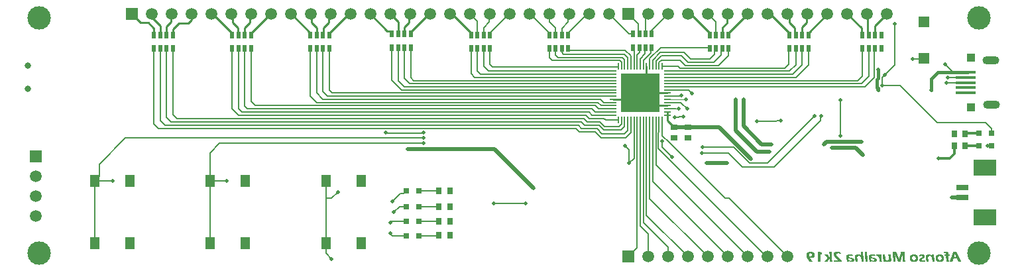
<source format=gbl>
G04*
G04 #@! TF.GenerationSoftware,Altium Limited,Altium Designer,19.0.14 (431)*
G04*
G04 Layer_Physical_Order=2*
G04 Layer_Color=16711680*
%FSLAX44Y44*%
%MOMM*%
G71*
G01*
G75*
%ADD11C,0.2500*%
%ADD12C,0.3000*%
%ADD14C,0.2000*%
%ADD15C,0.1270*%
%ADD17R,0.8000X0.9000*%
%ADD18R,0.9000X0.8000*%
%ADD62C,0.5000*%
%ADD63C,0.1520*%
%ADD64C,0.4500*%
%ADD65C,0.1000*%
G04:AMPARAMS|DCode=67|XSize=2.15mm|YSize=1.05mm|CornerRadius=0.525mm|HoleSize=0mm|Usage=FLASHONLY|Rotation=180.000|XOffset=0mm|YOffset=0mm|HoleType=Round|Shape=RoundedRectangle|*
%AMROUNDEDRECTD67*
21,1,2.1500,0.0000,0,0,180.0*
21,1,1.1000,1.0500,0,0,180.0*
1,1,1.0500,-0.5500,0.0000*
1,1,1.0500,0.5500,0.0000*
1,1,1.0500,0.5500,0.0000*
1,1,1.0500,-0.5500,0.0000*
%
%ADD67ROUNDEDRECTD67*%
%ADD68C,1.0000*%
%ADD69C,1.5000*%
%ADD70R,1.5000X1.5000*%
%ADD71R,1.5000X1.5000*%
%ADD72C,0.8001*%
%ADD73C,0.5000*%
%ADD74C,3.0000*%
%ADD75R,2.5000X0.4000*%
%ADD76R,1.0000X1.0000*%
%ADD77R,0.5300X0.9700*%
%ADD78R,4.9500X4.9500*%
%ADD79R,0.8400X0.2200*%
%ADD80R,0.2200X0.8400*%
%ADD81R,1.3500X1.3500*%
%ADD82R,1.6000X0.8000*%
%ADD83R,3.0000X2.1000*%
%ADD84R,0.8000X0.8000*%
%ADD85R,1.3000X1.5499*%
%ADD86C,0.4000*%
%ADD87C,0.0847*%
D11*
X1128700Y1084050D02*
X1137000Y1075750D01*
X1128700Y1084050D02*
Y1091300D01*
X1059800Y1111300D02*
X1086250D01*
X1094250Y1119300D01*
X1095363Y1118186D02*
X1104751Y1127574D01*
X1104323Y1119300D02*
X1115323D01*
X1099550Y1124600D02*
X1102250Y1127300D01*
X1115323Y1103300D02*
Y1119300D01*
X1104751Y1127574D02*
X1115323D01*
X1102250Y1127300D02*
Y1153750D01*
X1115323Y1119300D02*
Y1127574D01*
Y1119300D02*
X1128700D01*
X1094250D02*
X1095363Y1118186D01*
X1115323Y1103300D02*
X1128700D01*
X1128950D01*
X1155000Y1075750D02*
X1155250Y1076000D01*
X1137000Y1075750D02*
X1137500D01*
X1128700Y1091300D02*
Y1095300D01*
X1260480Y1220470D02*
X1285000Y1195950D01*
X1256900Y1220470D02*
X1260480D01*
X1301000Y1193750D02*
Y1203169D01*
X1307051Y1209220D01*
Y1219821D01*
X1307700Y1220470D01*
X1291819Y1194931D02*
X1293000Y1193750D01*
X1291819Y1194931D02*
Y1202350D01*
X1284692Y1209477D02*
X1291819Y1202350D01*
X1284692Y1209477D02*
Y1218078D01*
X1282300Y1220470D02*
X1284692Y1218078D01*
X1333100Y1220050D02*
Y1220470D01*
X1309000Y1195950D02*
X1333100Y1220050D01*
X1309000Y1193750D02*
Y1195950D01*
X1285000Y1193750D02*
Y1195950D01*
X1394000Y1205170D02*
X1409300Y1220470D01*
X1394000Y1193750D02*
Y1205170D01*
X1384950Y1194800D02*
X1386000Y1193750D01*
X1384950Y1194800D02*
Y1219420D01*
X1383900Y1220470D02*
X1384950Y1219420D01*
X1376620Y1195130D02*
X1378000Y1193750D01*
X1376620Y1195130D02*
Y1202350D01*
X1358500Y1220470D02*
X1376620Y1202350D01*
X1199000Y1193750D02*
Y1202969D01*
X1205251Y1209220D01*
Y1219621D01*
X1206100Y1220470D01*
X1231500Y1220450D02*
Y1220470D01*
X1207000Y1195950D02*
X1231500Y1220450D01*
X1207000Y1193750D02*
Y1195950D01*
X1183000Y1193750D02*
Y1195950D01*
X1158480Y1220470D02*
X1183000Y1195950D01*
X1155300Y1220470D02*
X1158480D01*
X878000Y1193750D02*
Y1195950D01*
X853480Y1220470D02*
X878000Y1195950D01*
X850900Y1220470D02*
X853480D01*
X793000Y1195000D02*
X793006Y1195006D01*
Y1203600D01*
X798626Y1209220D01*
Y1218996D01*
X800100Y1220470D01*
X785000Y1195000D02*
Y1210170D01*
X774700Y1220470D02*
X785000Y1210170D01*
X801000Y1195000D02*
Y1197200D01*
X824270Y1220470D01*
X825500D01*
X777000Y1195000D02*
Y1197200D01*
X775600Y1198600D02*
X777000Y1197200D01*
X771170Y1198600D02*
X775600D01*
X749300Y1220470D02*
X771170Y1198600D01*
X689000Y1193750D02*
X689581Y1194331D01*
Y1202350D01*
X696451Y1209220D01*
Y1218421D01*
X698500Y1220470D01*
X681000Y1193750D02*
Y1202569D01*
X674349Y1209220D02*
X681000Y1202569D01*
X674349Y1209220D02*
Y1219221D01*
X673100Y1220470D02*
X674349Y1219221D01*
X697000Y1193750D02*
Y1195950D01*
X721520Y1220470D01*
X723900D01*
X673000Y1193750D02*
Y1195950D01*
X648480Y1220470D02*
X673000Y1195950D01*
X647700Y1220470D02*
X648480D01*
X621520D02*
X622300D01*
X597000Y1195950D02*
X621520Y1220470D01*
X597000Y1193750D02*
Y1195950D01*
X573000Y1193750D02*
Y1195950D01*
X548480Y1220470D02*
X573000Y1195950D01*
X546100Y1220470D02*
X548480D01*
X589000Y1193750D02*
Y1202569D01*
X595651Y1209220D01*
Y1219221D01*
X596900Y1220470D01*
X580419Y1194331D02*
X581000Y1193750D01*
X580419Y1194331D02*
Y1202350D01*
X573549Y1209220D02*
X580419Y1202350D01*
X573549Y1209220D02*
Y1218421D01*
X571500Y1220470D02*
X573549Y1218421D01*
X494851Y1210221D02*
Y1220021D01*
X489000Y1204370D02*
X494851Y1210221D01*
X489000Y1193750D02*
Y1204370D01*
X481000Y1193750D02*
Y1205000D01*
X469900Y1216100D02*
X481000Y1205000D01*
X469900Y1216100D02*
Y1220470D01*
X465630Y1209370D02*
X473000Y1202000D01*
X455600Y1209370D02*
X465630D01*
X444500Y1220470D02*
X455600Y1209370D01*
X497000Y1201000D02*
X505000Y1209000D01*
X497000Y1193750D02*
Y1201000D01*
X516500Y1209000D02*
X520700Y1213200D01*
X505000Y1209000D02*
X516500D01*
X473000Y1193750D02*
Y1202000D01*
X520700Y1213200D02*
Y1220470D01*
X494851Y1220021D02*
X495300Y1220470D01*
D12*
X1509750Y1068000D02*
X1526620D01*
X1509250Y1067500D02*
X1509750Y1068000D01*
X1509250Y1052000D02*
X1526620D01*
X1509250Y1052000D02*
X1509250Y1052000D01*
X1495250Y1041708D02*
Y1052000D01*
X1489542Y1036000D02*
X1495250Y1041708D01*
X1475000Y1036000D02*
X1489542D01*
D14*
X1143074Y1088574D02*
X1143500Y1089000D01*
X1138574Y1088574D02*
X1143074D01*
X1138000Y1088000D02*
X1138574Y1088574D01*
X1143500Y1089000D02*
X1149000D01*
X1117226Y1048419D02*
X1255425Y910220D01*
X1130476Y1056704D02*
X1202475Y984706D01*
X1207714D01*
X1282200Y910220D01*
X1117226Y1048419D02*
Y1068323D01*
X1118250Y1069346D01*
Y1084850D01*
X1122250Y1065105D02*
X1130476Y1056879D01*
Y1056704D02*
Y1056879D01*
X1122250Y1065105D02*
Y1084850D01*
Y1050500D02*
Y1058000D01*
Y1050500D02*
X1135000Y1037750D01*
X1255425Y910220D02*
X1256800D01*
X1403123Y1129000D02*
Y1139099D01*
X1120350Y1177350D02*
X1183000D01*
X770050Y1067950D02*
X817000D01*
X1079570Y1195000D02*
X1087000D01*
X692501Y914499D02*
X700000Y907000D01*
X692501Y914499D02*
Y927799D01*
X1080000Y1030000D02*
Y1047000D01*
X1075000Y1052000D02*
X1080000Y1047000D01*
X1350000Y1065000D02*
Y1110000D01*
X1174000Y1050250D02*
X1213395D01*
X1233919Y1029726D02*
X1256726D01*
X1213395Y1050250D02*
X1233919Y1029726D01*
X1256726D02*
X1317000Y1090000D01*
X1265534Y1025000D02*
X1324784Y1084250D01*
X1225000Y1025000D02*
X1265534D01*
X1207002Y1042998D02*
X1225000Y1025000D01*
X1011976Y1074024D02*
X1016000Y1070000D01*
X478976Y1074024D02*
X1011976D01*
X473000Y1080000D02*
X478976Y1074024D01*
X769000Y1069000D02*
X770050Y1067950D01*
X403000Y1028464D02*
X436536Y1062000D01*
X403000Y1012801D02*
Y1028464D01*
X397501Y1007301D02*
X403000Y1012801D01*
X545001Y1042997D02*
X557002Y1054998D01*
X545001Y1007301D02*
Y1042997D01*
X557002Y1054998D02*
X816998D01*
X436536Y1062000D02*
X817000D01*
X1403000Y1129000D02*
X1403123D01*
X1543000Y1068380D02*
Y1074000D01*
X1542620Y1068000D02*
X1543000Y1068380D01*
X1535000Y1082000D02*
X1543000Y1074000D01*
X1473511Y1082000D02*
X1535000D01*
X1426511Y1129000D02*
X1473511Y1082000D01*
X1403123Y1129000D02*
X1426511D01*
X1324784Y1084250D02*
Y1089534D01*
X1325000Y1089750D01*
X1172998Y1042998D02*
X1207002D01*
X1492427Y1145726D02*
Y1147573D01*
X1484000Y1156000D02*
X1492427Y1147573D01*
X1419000Y1155000D02*
Y1208000D01*
X1407000Y1143000D02*
X1419000Y1155000D01*
X1455750Y1163000D02*
X1456250Y1163500D01*
X1442500Y1163000D02*
X1455750D01*
X1403123Y1139099D02*
X1407000Y1142975D01*
Y1143000D01*
X1392976Y1138976D02*
Y1175226D01*
X1394000Y1176250D01*
X1381300Y1127300D02*
X1392976Y1138976D01*
X1484997Y1131998D02*
X1485311Y1132311D01*
X1511936D01*
X1512250Y1132625D01*
X1487000Y1139000D02*
X1487125Y1139125D01*
X1512250D01*
X907400Y978000D02*
X948000D01*
X397501Y1007301D02*
X397802Y1007000D01*
X420000D01*
X397501Y927799D02*
Y1007301D01*
X545001D02*
X545302Y1007000D01*
X566000D01*
X545001Y927799D02*
Y1007301D01*
X692501Y985000D02*
Y1007301D01*
Y927799D02*
Y985000D01*
X700000D02*
X708000Y993000D01*
X692501Y985000D02*
X700000D01*
X777750Y981000D02*
X787750Y991000D01*
X792130D01*
X795130Y994000D01*
X779000Y967000D02*
X786500Y974500D01*
X795230D01*
X774700Y954000D02*
X776200Y955500D01*
X795230D01*
X775000Y940000D02*
X777750Y937250D01*
X795230D01*
X837000D02*
X837250Y937500D01*
X811230Y937250D02*
X837000D01*
Y955500D02*
X837250Y955750D01*
X811230Y955500D02*
X837000D01*
X811230Y974500D02*
X837250D01*
X837250Y994000D02*
X837250Y994000D01*
X811130Y994000D02*
X837250D01*
X1243000Y1083000D02*
X1267500D01*
X1268500Y1084000D01*
X1274000D01*
X1080000Y1030000D02*
X1086250Y1036250D01*
Y1084850D01*
X1145700Y1107300D02*
X1154000Y1099000D01*
X1128700Y1107300D02*
X1145700D01*
X1139700Y1099300D02*
X1140000Y1099000D01*
X1128700Y1099300D02*
X1139700D01*
X1114250Y1027370D02*
Y1084850D01*
Y1027370D02*
X1231400Y910220D01*
X1110250Y1005970D02*
Y1084850D01*
Y1005970D02*
X1206000Y910220D01*
X1106250Y984570D02*
Y1084850D01*
Y984570D02*
X1180600Y910220D01*
X1102250Y963170D02*
Y1084850D01*
Y963170D02*
X1155200Y910220D01*
X1098250Y954000D02*
Y1084850D01*
Y954000D02*
X1129800Y922450D01*
Y910220D02*
Y922450D01*
X1104500Y910320D02*
Y939000D01*
X1104400Y910220D02*
X1104500Y910320D01*
X1094250Y949250D02*
X1104500Y939000D01*
X1094250Y949250D02*
Y1084850D01*
X1079000Y910220D02*
X1090250Y921470D01*
Y1084850D01*
X1128700Y1127300D02*
X1381300D01*
X1128700Y1131300D02*
X1376620D01*
X1386000Y1140680D01*
Y1176250D01*
X1377763Y1141000D02*
Y1176013D01*
X1378000Y1176250D01*
X1372063Y1135300D02*
X1377763Y1141000D01*
X1128700Y1135300D02*
X1372063D01*
X1145000Y1151000D02*
X1279000D01*
X1142250Y1153750D02*
X1145000Y1151000D01*
X1122250Y1153750D02*
X1142250D01*
X1150500Y1171000D02*
X1158500Y1163000D01*
X1120000Y1171000D02*
X1150500D01*
X1110350Y1161350D02*
X1120000Y1171000D01*
X1121100Y1166750D02*
X1147000D01*
X1114350Y1160000D02*
X1121100Y1166750D01*
X1147000D02*
X1155031Y1158719D01*
X1144650Y1161350D02*
X1151499Y1154501D01*
X1120981Y1161350D02*
X1144650D01*
X1118350Y1158719D02*
X1120981Y1161350D01*
X1212550Y1139000D02*
X1293000D01*
X1212250Y1139300D02*
X1212550Y1139000D01*
X1128700Y1139300D02*
X1212250D01*
X1293000Y1139000D02*
X1309000Y1155000D01*
Y1176250D01*
X1301000Y1155506D02*
Y1176250D01*
X1288794Y1143300D02*
X1301000Y1155506D01*
X1128700Y1143300D02*
X1288794D01*
X1293000Y1155625D02*
Y1176250D01*
X1284675Y1147300D02*
X1293000Y1155625D01*
X1128700Y1147300D02*
X1284675D01*
X1279000Y1151000D02*
X1284000Y1156000D01*
Y1175250D01*
X1285000Y1176250D01*
X1158500Y1163000D02*
X1183500D01*
X1189350Y1168850D01*
Y1174600D01*
X1191000Y1176250D01*
X1155031Y1158719D02*
X1188000D01*
X1197681Y1168400D01*
Y1174930D01*
X1199000Y1176250D01*
X1151499Y1154501D02*
X1194501D01*
X1207000Y1167000D02*
Y1176250D01*
X1194501Y1154501D02*
X1207000Y1167000D01*
X1118350Y1153850D02*
Y1158719D01*
X1114350Y1153850D02*
Y1160000D01*
X1110350Y1153850D02*
Y1161350D01*
X1106350Y1163350D02*
X1120350Y1177350D01*
X1106350Y1153850D02*
Y1163350D01*
X1098250Y1161250D02*
X1107350Y1170350D01*
X1094250Y1163250D02*
X1100400Y1169400D01*
Y1176650D01*
X1101000Y1177250D01*
X1093000Y1171000D02*
Y1177250D01*
X1090250Y1168250D02*
X1093000Y1171000D01*
X1090250Y1153750D02*
Y1168250D01*
X1086250Y1153750D02*
Y1176000D01*
X1085000Y1177250D02*
X1086250Y1176000D01*
X1109000Y1194000D02*
Y1194750D01*
Y1199570D02*
X1129900Y1220470D01*
X1109000Y1197000D02*
Y1199570D01*
X1101000Y1216970D02*
X1104500Y1220470D01*
X1101000Y1197000D02*
Y1216970D01*
X1079100Y1220470D02*
X1092000Y1207570D01*
Y1198000D02*
Y1207570D01*
X1075000Y1174000D02*
X1082250Y1166750D01*
X1004250Y1174000D02*
X1075000D01*
X1002000Y1176250D02*
X1004250Y1174000D01*
X1082250Y1153750D02*
Y1166750D01*
X1183000Y1176250D02*
Y1177350D01*
X1118250Y1153750D02*
X1118350Y1153850D01*
X1114250Y1153750D02*
X1114350Y1153850D01*
X1110250Y1153750D02*
X1110350Y1153850D01*
X1106250Y1153750D02*
X1106350Y1153850D01*
X1107350Y1170350D02*
Y1175600D01*
X1109000Y1177250D01*
X1098250Y1153750D02*
Y1161250D01*
X1094250Y1153750D02*
Y1163250D01*
X1084350Y1176600D02*
X1085000Y1177250D01*
X1086250Y1153750D02*
X1086350Y1153850D01*
X981500Y1161000D02*
X1068150D01*
X978000Y1164500D02*
X981500Y1161000D01*
X978000Y1164500D02*
Y1176250D01*
X1005695Y1168876D02*
X1005819Y1169000D01*
X998305Y1168876D02*
X1005695D01*
X998180Y1169000D02*
X998305Y1168876D01*
X994000Y1171000D02*
X996000Y1169000D01*
X994000Y1171000D02*
Y1176250D01*
X996000Y1169000D02*
X998180D01*
X1071250Y1165000D02*
X1074250Y1162000D01*
X989000Y1165000D02*
X1071250D01*
X986000Y1168000D02*
X989000Y1165000D01*
X1068150Y1161000D02*
X1070150Y1159000D01*
X1005819Y1169000D02*
X1074250D01*
X1078250Y1165000D01*
Y1153750D02*
Y1165000D01*
X1074250Y1153750D02*
Y1162000D01*
X986000Y1168000D02*
Y1176250D01*
X1070150Y1153850D02*
Y1159000D01*
Y1153850D02*
X1070250Y1153750D01*
X1191000Y1193750D02*
Y1210170D01*
X1180700Y1220470D02*
X1191000Y1210170D01*
X1054100Y1220470D02*
X1079570Y1195000D01*
X1026520Y1220470D02*
X1028700D01*
X1002000Y1195950D02*
X1026520Y1220470D01*
X1002000Y1193750D02*
Y1195950D01*
X994000Y1193750D02*
Y1201801D01*
X1002169Y1209970D01*
Y1219339D01*
X1003300Y1220470D01*
X986000Y1193750D02*
Y1202401D01*
X978431Y1209970D02*
X986000Y1202401D01*
X978431Y1209970D02*
Y1219939D01*
X977900Y1220470D02*
X978431Y1219939D01*
X978000Y1193750D02*
Y1195950D01*
X953480Y1220470D02*
X978000Y1195950D01*
X952500Y1220470D02*
X953480D01*
X894000Y1193750D02*
Y1202601D01*
X901369Y1209970D01*
Y1220139D01*
X901700Y1220470D01*
X886000Y1193750D02*
Y1210770D01*
X876300Y1220470D02*
X886000Y1210770D01*
X926520Y1220470D02*
X927100D01*
X902000Y1195950D02*
X926520Y1220470D01*
X902000Y1193750D02*
Y1195950D01*
X1065329Y1152828D02*
X1066250Y1153750D01*
X905172Y1152828D02*
X1065329D01*
X902000Y1156000D02*
X905172Y1152828D01*
X902000Y1156000D02*
Y1176250D01*
X497000Y1092000D02*
X502000Y1087000D01*
X497000Y1092000D02*
Y1176250D01*
X489000Y1088500D02*
X495000Y1082500D01*
X489000Y1088500D02*
Y1176250D01*
X481000Y1084000D02*
X487000Y1078000D01*
X481000Y1084000D02*
Y1176250D01*
X473000Y1080000D02*
Y1176250D01*
X1070150Y1084750D02*
X1070250Y1084850D01*
X1070150Y1079881D02*
Y1084750D01*
X1066769Y1076500D02*
X1070150Y1079881D01*
X1048500Y1076500D02*
X1066769D01*
X1042500Y1082500D02*
X1048500Y1076500D01*
X1022000Y1087000D02*
X1026500Y1082500D01*
X1042500D01*
X1074250Y1076750D02*
Y1084850D01*
X1023167Y1078333D02*
X1041500D01*
X1069500Y1072000D02*
X1074250Y1076750D01*
X1047500Y1072000D02*
X1069500D01*
X1041500Y1078000D02*
X1047500Y1072000D01*
X1019000Y1082500D02*
X1023167Y1078333D01*
X495000Y1082500D02*
X1019000D01*
X1082250Y1068750D02*
Y1084850D01*
X1016000Y1070000D02*
X1037000D01*
X1076000Y1062500D02*
X1082250Y1068750D01*
X1044500Y1062500D02*
X1076000D01*
X1037000Y1070000D02*
X1044500Y1062500D01*
X1078250Y1071500D02*
Y1084850D01*
X1019167Y1074167D02*
X1039000D01*
X1074250Y1067500D02*
X1078250Y1071500D01*
X1045500Y1067500D02*
X1074250D01*
X1039000Y1074000D02*
X1045500Y1067500D01*
X1015333Y1078000D02*
X1019167Y1074167D01*
X487000Y1078000D02*
X1015333D01*
X502000Y1087000D02*
X1022000D01*
X1048000D02*
X1050150Y1084850D01*
X1029300Y1087000D02*
X1048000D01*
X1025000Y1091300D02*
X1029300Y1087000D01*
X882950Y1139300D02*
X1059800D01*
X878000Y1144250D02*
X882950Y1139300D01*
X878000Y1144250D02*
Y1176250D01*
X900000Y1147300D02*
X1059800D01*
X894000Y1153300D02*
X900000Y1147300D01*
X894000Y1153300D02*
Y1176250D01*
X890000Y1143300D02*
X1059800D01*
X886000Y1147300D02*
X890000Y1143300D01*
X886000Y1147300D02*
Y1176250D01*
X597000Y1108800D02*
X602500Y1103300D01*
X597000Y1108800D02*
Y1176250D01*
X592414Y1099300D02*
X602500D01*
X589000Y1102714D02*
X592414Y1099300D01*
X589000Y1102714D02*
Y1176250D01*
X605000Y1095300D02*
X1028700Y1095300D01*
X605000D02*
X605000Y1095300D01*
X585000Y1095300D02*
X605000D01*
X581000Y1099300D02*
X585000Y1095300D01*
X581000Y1099300D02*
Y1176250D01*
X580914Y1091300D02*
X1025000D01*
X573000Y1099214D02*
X580914Y1091300D01*
X573000Y1099214D02*
Y1176250D01*
X1050150Y1084850D02*
X1066250D01*
X602500Y1103300D02*
X1036700Y1103300D01*
X602500Y1099300D02*
X1032700Y1099300D01*
X1036700Y1103300D02*
X1040700Y1099300D01*
X1059800D01*
X1028700Y1095300D02*
X1032700Y1091300D01*
X1059800D01*
X1032700Y1099300D02*
X1036700Y1095300D01*
X1059800D01*
X1047700Y1107300D02*
X1059800D01*
X1043700Y1111300D02*
X1047700Y1107300D01*
X689000Y1111300D02*
X1043700D01*
X700700Y1119300D02*
X1059800D01*
X697000Y1123000D02*
X700700Y1119300D01*
X697000Y1123000D02*
Y1176250D01*
X695000Y1115300D02*
X1059800D01*
X689000Y1121300D02*
X695000Y1115300D01*
X689000Y1121300D02*
Y1176250D01*
X681000Y1119300D02*
X689000Y1111300D01*
X681000Y1119300D02*
Y1176250D01*
X673000Y1115300D02*
X681000Y1107300D01*
X673000Y1115300D02*
Y1176250D01*
X681000Y1107300D02*
X1040000D01*
X1044000Y1103300D01*
X1059800D01*
X804700Y1135300D02*
X1059800D01*
X801000Y1139000D02*
X804700Y1135300D01*
X801000Y1139000D02*
Y1177500D01*
X800000Y1131300D02*
X1059800D01*
X793000Y1138300D02*
X800000Y1131300D01*
X793000Y1138300D02*
Y1177500D01*
Y1127300D02*
X1059800D01*
X785000Y1135300D02*
X793000Y1127300D01*
X785000Y1135300D02*
Y1177500D01*
X789700Y1123300D02*
X1059800D01*
X777000Y1136000D02*
X789700Y1123300D01*
X777000Y1136000D02*
Y1177500D01*
D15*
X1097900Y1116800D02*
X1113900Y1100800D01*
X1097900Y1116800D02*
X1105900Y1124800D01*
X1089900Y1108800D02*
X1097900Y1116800D01*
D17*
X1495250Y1067500D02*
D03*
X1509250D02*
D03*
X1509250Y1052000D02*
D03*
X1495250D02*
D03*
X851250Y994000D02*
D03*
X837250D02*
D03*
X851250Y974500D02*
D03*
X837250D02*
D03*
X851250Y955750D02*
D03*
X837250D02*
D03*
X851250Y937500D02*
D03*
X837250D02*
D03*
D18*
X1137500Y1075750D02*
D03*
Y1061750D02*
D03*
X1155250Y1076000D02*
D03*
Y1062000D02*
D03*
D62*
X1154875Y1075875D02*
X1155000Y1075750D01*
X1178600Y1029900D02*
X1204900D01*
X1205000Y1030000D01*
X1332000Y1057000D02*
X1377000D01*
X1329000Y1054000D02*
X1332000Y1057000D01*
X1249000Y1054000D02*
X1262000D01*
X1226000Y1077000D02*
X1249000Y1054000D01*
X1226000Y1077000D02*
Y1111499D01*
X1243250Y1044000D02*
X1259000D01*
X1216000Y1071250D02*
X1243250Y1044000D01*
X1216000Y1071250D02*
Y1111499D01*
X1194750Y1076000D02*
X1236000Y1034750D01*
X1155250Y1076000D02*
X1194750D01*
X1369111Y1049500D02*
X1378611Y1040000D01*
X1339000Y1049500D02*
X1369111D01*
X797000Y1048000D02*
X908000D01*
X958000Y998000D01*
X1137625Y1075875D02*
X1154875D01*
X1137500Y1075750D02*
X1137625Y1075875D01*
X1492000Y985625D02*
X1492125Y985750D01*
X1505500D01*
D63*
X1146640Y1115640D02*
X1146998Y1115998D01*
X1129040Y1115640D02*
X1146640D01*
X1128700Y1115300D02*
X1129040Y1115640D01*
X1155700Y1123300D02*
X1160000Y1119000D01*
X1128700Y1123300D02*
X1155700D01*
D64*
X1398000Y1138147D02*
Y1149000D01*
X1396726Y1136873D02*
X1398000Y1138147D01*
X1396726Y1126401D02*
Y1136873D01*
Y1126401D02*
X1397904Y1125223D01*
Y1123096D02*
Y1125223D01*
Y1123096D02*
X1398000Y1123000D01*
D65*
X1128725Y1111275D02*
X1152975D01*
X1153000Y1111250D01*
X1128700Y1111300D02*
X1128725Y1111275D01*
D67*
X1542520Y1161100D02*
D03*
X1542620Y1104500D02*
D03*
D68*
X1079650D02*
D03*
X1089650D02*
D03*
X1099650D02*
D03*
X1109650D02*
D03*
Y1114500D02*
D03*
X1099650D02*
D03*
X1089650D02*
D03*
X1079650D02*
D03*
Y1124500D02*
D03*
X1089650D02*
D03*
X1099650D02*
D03*
X1109650D02*
D03*
Y1134500D02*
D03*
X1099650D02*
D03*
X1089650D02*
D03*
X1079650D02*
D03*
D69*
X1409300Y1220470D02*
D03*
X1383900D02*
D03*
X1358500D02*
D03*
X1333100D02*
D03*
X1307700D02*
D03*
X1282300D02*
D03*
X1256900D02*
D03*
X1231500D02*
D03*
X1206100D02*
D03*
X1180700D02*
D03*
X1155300D02*
D03*
X1129900D02*
D03*
X1104500D02*
D03*
X1104400Y910220D02*
D03*
X1282200D02*
D03*
X1256800D02*
D03*
X1231400D02*
D03*
X1206000D02*
D03*
X1180600D02*
D03*
X1155200D02*
D03*
X1129800D02*
D03*
X322000Y1013400D02*
D03*
Y988000D02*
D03*
Y962600D02*
D03*
X876300Y1220470D02*
D03*
X850900D02*
D03*
X825500D02*
D03*
X723900D02*
D03*
X749300D02*
D03*
X774700D02*
D03*
X800100D02*
D03*
X901700D02*
D03*
X469900D02*
D03*
X495300D02*
D03*
X520700D02*
D03*
X546100D02*
D03*
X571500D02*
D03*
X596900D02*
D03*
X622300D02*
D03*
X647700D02*
D03*
X673100D02*
D03*
X698500D02*
D03*
X927100D02*
D03*
X952500D02*
D03*
X977900D02*
D03*
X1003300D02*
D03*
X1028700D02*
D03*
X1054100D02*
D03*
D70*
X1079100Y1220470D02*
D03*
X1079000Y910220D02*
D03*
X444500Y1220470D02*
D03*
D71*
X322000Y1038800D02*
D03*
D72*
X311500Y1124499D02*
D03*
Y1154501D02*
D03*
D73*
X1149000Y1089000D02*
D03*
X1138000Y1088000D02*
D03*
X1122250Y1058000D02*
D03*
X1135000Y1037750D02*
D03*
X1205000Y1030000D02*
D03*
X1178600Y1029900D02*
D03*
X700000Y907000D02*
D03*
X1075000Y1052000D02*
D03*
X1350000Y1065000D02*
D03*
Y1110000D02*
D03*
X1377000Y1057000D02*
D03*
X1329000Y1054000D02*
D03*
X1262000D02*
D03*
X1259000Y1044000D02*
D03*
X1236000Y1034750D02*
D03*
X1226000Y1111499D02*
D03*
X1378611Y1040000D02*
D03*
X1339000Y1049500D02*
D03*
X1216000Y1111499D02*
D03*
X769000Y1069000D02*
D03*
X816998Y1068998D02*
D03*
Y1054998D02*
D03*
X817000Y1062000D02*
D03*
X797000Y1048000D02*
D03*
X958000Y998000D02*
D03*
X1325000Y1089750D02*
D03*
X1172998Y1042998D02*
D03*
X1317000Y1090000D02*
D03*
X1174000Y1050250D02*
D03*
X1403000Y1129000D02*
D03*
X1398000Y1123000D02*
D03*
X1484000Y1156000D02*
D03*
X1419000Y1208000D02*
D03*
X1442500Y1163000D02*
D03*
X1407000Y1143000D02*
D03*
X1398000Y1149000D02*
D03*
X1538000Y1052000D02*
D03*
X1475000Y1036000D02*
D03*
X1492000Y985625D02*
D03*
X1466000Y1123000D02*
D03*
X1484997Y1131998D02*
D03*
X1487000Y1139000D02*
D03*
X948000Y978000D02*
D03*
X907400D02*
D03*
X420000Y1007000D02*
D03*
X566000D02*
D03*
X708000Y993000D02*
D03*
X777750Y981000D02*
D03*
X779000Y967000D02*
D03*
X774700Y954000D02*
D03*
X775000Y940000D02*
D03*
X1243000Y1083000D02*
D03*
X1274000Y1084000D02*
D03*
X1080000Y1030000D02*
D03*
X1160000Y1119000D02*
D03*
X1146998Y1115998D02*
D03*
X1153000Y1111250D02*
D03*
X1154000Y1099000D02*
D03*
X1143000Y1099000D02*
D03*
D74*
X326500Y1215220D02*
D03*
X1526500D02*
D03*
Y915220D02*
D03*
X326500D02*
D03*
D75*
X1510020Y1126300D02*
D03*
Y1119800D02*
D03*
Y1132800D02*
D03*
Y1139300D02*
D03*
Y1145800D02*
D03*
D76*
X1517020Y1164700D02*
D03*
Y1100900D02*
D03*
D77*
X697000Y1193750D02*
D03*
X689000D02*
D03*
X681000D02*
D03*
X673000D02*
D03*
X697000Y1176250D02*
D03*
X689000D02*
D03*
X681000D02*
D03*
X673000D02*
D03*
X801000Y1195000D02*
D03*
X793000D02*
D03*
X785000D02*
D03*
X777000D02*
D03*
X801000Y1177500D02*
D03*
X793000D02*
D03*
X785000D02*
D03*
X777000D02*
D03*
X1109000Y1194750D02*
D03*
X1101000D02*
D03*
X1093000D02*
D03*
X1085000D02*
D03*
X1109000Y1177250D02*
D03*
X1101000D02*
D03*
X1093000D02*
D03*
X1085000D02*
D03*
X1207000Y1193750D02*
D03*
X1199000D02*
D03*
X1191000D02*
D03*
X1183000D02*
D03*
X1207000Y1176250D02*
D03*
X1199000D02*
D03*
X1191000D02*
D03*
X1183000D02*
D03*
X497000Y1193750D02*
D03*
X489000D02*
D03*
X481000D02*
D03*
X473000D02*
D03*
X497000Y1176250D02*
D03*
X489000D02*
D03*
X481000D02*
D03*
X473000D02*
D03*
X597000Y1193750D02*
D03*
X589000D02*
D03*
X581000D02*
D03*
X573000D02*
D03*
X597000Y1176250D02*
D03*
X589000D02*
D03*
X581000D02*
D03*
X573000D02*
D03*
X902000Y1193750D02*
D03*
X894000D02*
D03*
X886000D02*
D03*
X878000D02*
D03*
X902000Y1176250D02*
D03*
X894000D02*
D03*
X886000D02*
D03*
X878000D02*
D03*
X1002000Y1193750D02*
D03*
X994000D02*
D03*
X986000D02*
D03*
X978000D02*
D03*
X1002000Y1176250D02*
D03*
X994000D02*
D03*
X986000D02*
D03*
X978000D02*
D03*
X1309000Y1193750D02*
D03*
X1301000D02*
D03*
X1293000D02*
D03*
X1285000D02*
D03*
X1309000Y1176250D02*
D03*
X1301000D02*
D03*
X1293000D02*
D03*
X1285000D02*
D03*
X1402000Y1193750D02*
D03*
X1394000D02*
D03*
X1386000D02*
D03*
X1378000D02*
D03*
X1402000Y1176250D02*
D03*
X1394000D02*
D03*
X1386000D02*
D03*
X1378000D02*
D03*
D78*
X1094250Y1119300D02*
D03*
D79*
X1059800Y1147300D02*
D03*
Y1143300D02*
D03*
Y1139300D02*
D03*
Y1135300D02*
D03*
Y1131300D02*
D03*
Y1127300D02*
D03*
Y1123300D02*
D03*
Y1119300D02*
D03*
Y1115300D02*
D03*
Y1111300D02*
D03*
Y1107300D02*
D03*
Y1103300D02*
D03*
Y1099300D02*
D03*
Y1095300D02*
D03*
Y1091300D02*
D03*
X1128700D02*
D03*
Y1095300D02*
D03*
Y1099300D02*
D03*
Y1103300D02*
D03*
Y1107300D02*
D03*
Y1111300D02*
D03*
Y1115300D02*
D03*
Y1119300D02*
D03*
Y1123300D02*
D03*
Y1127300D02*
D03*
Y1131300D02*
D03*
Y1135300D02*
D03*
Y1139300D02*
D03*
Y1143300D02*
D03*
Y1147300D02*
D03*
D80*
X1122250Y1153750D02*
D03*
X1118250D02*
D03*
X1114250D02*
D03*
X1110250D02*
D03*
X1106250D02*
D03*
X1102250D02*
D03*
X1098250D02*
D03*
X1094250D02*
D03*
X1090250D02*
D03*
X1086250D02*
D03*
X1082250D02*
D03*
X1078250D02*
D03*
X1074250D02*
D03*
X1070250D02*
D03*
X1066250D02*
D03*
Y1084850D02*
D03*
X1070250D02*
D03*
X1074250D02*
D03*
X1078250D02*
D03*
X1082250D02*
D03*
X1086250D02*
D03*
X1090250D02*
D03*
X1094250D02*
D03*
X1098250D02*
D03*
X1102250D02*
D03*
X1106250D02*
D03*
X1110250D02*
D03*
X1114250D02*
D03*
X1118250D02*
D03*
X1122250D02*
D03*
D81*
X1456250Y1210500D02*
D03*
Y1163500D02*
D03*
D82*
X1505500Y998250D02*
D03*
Y985750D02*
D03*
D83*
X1534500Y1023750D02*
D03*
Y960250D02*
D03*
D84*
X1542620Y1068000D02*
D03*
X1526620D02*
D03*
X1542620Y1052000D02*
D03*
X1526620D02*
D03*
X795230Y955500D02*
D03*
X811230D02*
D03*
X795230Y974500D02*
D03*
X811230D02*
D03*
X795230Y937250D02*
D03*
X811230D02*
D03*
X795130Y994000D02*
D03*
X811130D02*
D03*
D85*
X442499Y927799D02*
D03*
Y1007301D02*
D03*
X397501Y927799D02*
D03*
Y1007301D02*
D03*
X737499Y927799D02*
D03*
Y1007301D02*
D03*
X692501Y927799D02*
D03*
Y1007301D02*
D03*
X589999Y927799D02*
D03*
Y1007301D02*
D03*
X545001Y927799D02*
D03*
Y1007301D02*
D03*
D86*
X1492527Y1145625D02*
X1512250D01*
X1466000Y1137266D02*
X1474459Y1145726D01*
X1466000Y1123000D02*
Y1137266D01*
X1474459Y1145726D02*
X1492427D01*
D87*
X1426153Y912718D02*
X1431237D01*
X1388023D02*
X1393107D01*
X1306680D02*
X1309221D01*
X1490549Y907634D02*
X1493939D01*
X1490549Y906786D02*
X1493091D01*
X1490549Y905939D02*
X1493091D01*
X1489702Y905092D02*
X1493091D01*
X1489702Y904244D02*
X1492244D01*
X1427000Y916107D02*
X1431237D01*
X1427000Y915260D02*
X1431237D01*
X1427000Y914412D02*
X1431237D01*
X1427000Y913565D02*
X1431237D01*
X1428695Y911870D02*
X1431237D01*
X1429542Y911023D02*
X1431237D01*
X1429542Y910176D02*
X1431237D01*
X1429542Y909328D02*
X1431237D01*
X1429542Y908481D02*
X1431237D01*
X1429542Y907634D02*
X1431237D01*
X1429542Y906786D02*
X1431237D01*
X1429542Y905939D02*
X1431237D01*
X1429542Y905092D02*
X1432084D01*
X1404969D02*
X1414290D01*
X1429542Y904244D02*
X1432084D01*
X1407511D02*
X1413443D01*
X1343115Y916107D02*
X1348199D01*
X1341420Y915260D02*
X1349046D01*
X1348199Y914412D02*
X1349893D01*
X1386328Y911870D02*
X1393954D01*
X1368534D02*
X1375313D01*
X1386328Y911023D02*
X1388870D01*
X1368534D02*
X1371924D01*
X1386328Y910176D02*
X1388870D01*
X1368534D02*
X1371076D01*
X1386328Y909328D02*
X1389718D01*
X1368534D02*
X1370229D01*
X1386328Y908481D02*
X1393107D01*
X1368534D02*
X1370229D01*
X1368534Y907634D02*
X1371076D01*
X1368534Y906786D02*
X1371076D01*
X1387176Y905939D02*
X1388870D01*
X1368534D02*
X1371076D01*
X1387176Y905092D02*
X1388870D01*
X1387176Y904244D02*
X1388870D01*
X1344809Y907634D02*
X1348199D01*
X1345657Y906786D02*
X1349046D01*
X1346504Y905939D02*
X1349893D01*
X1341420Y905092D02*
X1350741D01*
X1341420Y904244D02*
X1350741D01*
X1307527Y915260D02*
X1315153D01*
X1306680Y914412D02*
X1310069D01*
X1306680Y913565D02*
X1309221D01*
X1306680Y911870D02*
X1309221D01*
X1306680Y911023D02*
X1309221D01*
X1306680Y910176D02*
X1309221D01*
X1306680Y909328D02*
X1310069D01*
X1307527Y908481D02*
X1310069D01*
X1307527Y907634D02*
X1310916D01*
X1496481Y912718D02*
X1499023D01*
X1493091D02*
X1494786D01*
X1482923D02*
X1488855D01*
X1474450D02*
X1478687D01*
X1466824D02*
X1468519D01*
X1460893D02*
X1464282D01*
X1451573D02*
X1455809D01*
X1441405D02*
X1445641D01*
X1419374D02*
X1421916D01*
X1416832D02*
X1418527D01*
X1410901D02*
X1413443D01*
X1404122D02*
X1405817D01*
X1399038D02*
X1401580D01*
X1395649D02*
X1398191D01*
X1381244D02*
X1382939D01*
X1376160D02*
X1377855D01*
X1370229D02*
X1374466D01*
X1359214D02*
X1364298D01*
X1341420D02*
X1343962D01*
X1336336D02*
X1338031D01*
X1329557D02*
X1332947D01*
X1321084D02*
X1323626D01*
X1313458D02*
X1316000D01*
X1493939Y916107D02*
X1497328D01*
X1493939Y915260D02*
X1498175D01*
X1493091Y914412D02*
X1498175D01*
X1496481Y913565D02*
X1499023D01*
X1493091D02*
X1495634D01*
X1491397Y908481D02*
X1501565D01*
X1499023Y907634D02*
X1501565D01*
X1499023Y906786D02*
X1502412D01*
X1499870Y905939D02*
X1502412D01*
X1499870Y905092D02*
X1503259D01*
X1500717Y904244D02*
X1503259D01*
X1497328Y911870D02*
X1499870D01*
X1492244D02*
X1494786D01*
X1497328Y911023D02*
X1499870D01*
X1492244D02*
X1494786D01*
X1497328Y910176D02*
X1500717D01*
X1492244D02*
X1494786D01*
X1491397Y909328D02*
X1500717D01*
X1482076Y916107D02*
X1486313D01*
X1483771Y915260D02*
X1487160D01*
X1482076D02*
X1482923D01*
X1484618Y914412D02*
X1487160D01*
X1484618Y913565D02*
X1487160D01*
X1482923Y911870D02*
X1488855D01*
X1472756D02*
X1480382D01*
X1484618Y911023D02*
X1487160D01*
X1476992D02*
X1480382D01*
X1471908D02*
X1475298D01*
X1484618Y910176D02*
X1487160D01*
X1478687D02*
X1481229D01*
X1471908D02*
X1474450D01*
X1484618Y909328D02*
X1487160D01*
X1478687D02*
X1481229D01*
X1471908D02*
X1473603D01*
X1484618Y908481D02*
X1487160D01*
X1479534D02*
X1481229D01*
X1471908D02*
X1473603D01*
X1485466Y907634D02*
X1487160D01*
X1479534D02*
X1481229D01*
X1471908D02*
X1473603D01*
X1485466Y906786D02*
X1487160D01*
X1478687D02*
X1481229D01*
X1471908D02*
X1474450D01*
X1485466Y905939D02*
X1487160D01*
X1477840D02*
X1481229D01*
X1471908D02*
X1475298D01*
X1485466Y905092D02*
X1488008D01*
X1472756D02*
X1480382D01*
X1485466Y904244D02*
X1488008D01*
X1473603D02*
X1479534D01*
X1459198Y911870D02*
X1468519D01*
X1450725D02*
X1456656D01*
X1465130Y911023D02*
X1468519D01*
X1459198D02*
X1462588D01*
X1454114D02*
X1456656D01*
X1450725D02*
X1451573D01*
X1465977Y910176D02*
X1468519D01*
X1459198D02*
X1461740D01*
X1454962D02*
X1456656D01*
X1466824Y909328D02*
X1468519D01*
X1459198D02*
X1460893D01*
X1454114D02*
X1456656D01*
X1466824Y908481D02*
X1469366D01*
X1459198D02*
X1460893D01*
X1452420D02*
X1455809D01*
X1466824Y907634D02*
X1469366D01*
X1459198D02*
X1460893D01*
X1451573D02*
X1454114D01*
X1466824Y906786D02*
X1469366D01*
X1459198D02*
X1461740D01*
X1450725D02*
X1453267D01*
X1467672Y905939D02*
X1469366D01*
X1459198D02*
X1461740D01*
X1450725D02*
X1453267D01*
X1467672Y905092D02*
X1469366D01*
X1460046D02*
X1461740D01*
X1450725D02*
X1457504D01*
X1467672Y904244D02*
X1469366D01*
X1460046D02*
X1461740D01*
X1451573D02*
X1457504D01*
X1439710Y911870D02*
X1447336D01*
X1443947Y911023D02*
X1447336D01*
X1438862D02*
X1442252D01*
X1445641Y910176D02*
X1448183D01*
X1438862D02*
X1441405D01*
X1445641Y909328D02*
X1448183D01*
X1438862D02*
X1440557D01*
X1446488Y908481D02*
X1448183D01*
X1438862D02*
X1440557D01*
X1446488Y907634D02*
X1448183D01*
X1438862D02*
X1440557D01*
X1445641Y906786D02*
X1448183D01*
X1438862D02*
X1441405D01*
X1444794Y905939D02*
X1448183D01*
X1438862D02*
X1442252D01*
X1439710Y905092D02*
X1447336D01*
X1440557Y904244D02*
X1446488D01*
X1416832Y916107D02*
X1420221D01*
X1416832Y915260D02*
X1421069D01*
X1416832Y914412D02*
X1421069D01*
X1419374Y913565D02*
X1421916D01*
X1416832D02*
X1418527D01*
X1426153Y911870D02*
X1427847D01*
X1420221D02*
X1421916D01*
X1416832D02*
X1418527D01*
X1410901D02*
X1413443D01*
X1426153Y911023D02*
X1427847D01*
X1420221D02*
X1422763D01*
X1416832D02*
X1419374D01*
X1411748D02*
X1413443D01*
X1425305Y910176D02*
X1427847D01*
X1421069D02*
X1422763D01*
X1416832D02*
X1419374D01*
X1411748D02*
X1413443D01*
X1425305Y909328D02*
X1427000D01*
X1421069D02*
X1423611D01*
X1416832D02*
X1419374D01*
X1411748D02*
X1413443D01*
X1425305Y908481D02*
X1427000D01*
X1421916D02*
X1423611D01*
X1417679D02*
X1419374D01*
X1411748D02*
X1413443D01*
X1425305Y907634D02*
X1427000D01*
X1421916D02*
X1424458D01*
X1417679D02*
X1419374D01*
X1411748D02*
X1414290D01*
X1422763Y906786D02*
X1427000D01*
X1417679D02*
X1419374D01*
X1411748D02*
X1414290D01*
X1422763Y905939D02*
X1426153D01*
X1417679D02*
X1419374D01*
X1410901D02*
X1414290D01*
X1422763Y905092D02*
X1426153D01*
X1417679D02*
X1419374D01*
X1423611Y904244D02*
X1426153D01*
X1417679D02*
X1419374D01*
X1404122Y911870D02*
X1405817D01*
X1395649D02*
X1401580D01*
X1404122Y911023D02*
X1405817D01*
X1397343D02*
X1401580D01*
X1404122Y910176D02*
X1406664D01*
X1398191D02*
X1401580D01*
X1404122Y909328D02*
X1406664D01*
X1399038D02*
X1401580D01*
X1404122Y908481D02*
X1406664D01*
X1399038D02*
X1401580D01*
X1404122Y907634D02*
X1406664D01*
X1399886D02*
X1401580D01*
X1391412D02*
X1394801D01*
X1404969Y906786D02*
X1406664D01*
X1399886D02*
X1401580D01*
X1393107D02*
X1395649D01*
X1404969Y905939D02*
X1407511D01*
X1399886D02*
X1401580D01*
X1393107D02*
X1395649D01*
X1399886Y905092D02*
X1401580D01*
X1392260D02*
X1395649D01*
X1389718D02*
X1390565D01*
X1404969Y904244D02*
X1406664D01*
X1399886D02*
X1402427D01*
X1390565D02*
X1394801D01*
X1381244Y916107D02*
X1382939D01*
X1376160D02*
X1377855D01*
X1381244Y915260D02*
X1382939D01*
X1376160D02*
X1377855D01*
X1381244Y914412D02*
X1382939D01*
X1376160D02*
X1377855D01*
X1381244Y913565D02*
X1382939D01*
X1376160D02*
X1377855D01*
X1381244Y911870D02*
X1382939D01*
X1376160D02*
X1377855D01*
X1381244Y911023D02*
X1383786D01*
X1374466D02*
X1378702D01*
X1381244Y910176D02*
X1383786D01*
X1375313D02*
X1378702D01*
X1381244Y909328D02*
X1383786D01*
X1376160D02*
X1378702D01*
X1381244Y908481D02*
X1383786D01*
X1376160D02*
X1378702D01*
X1386328Y907634D02*
X1388023D01*
X1381244D02*
X1383786D01*
X1376160D02*
X1378702D01*
X1386328Y906786D02*
X1388023D01*
X1382092D02*
X1383786D01*
X1377008D02*
X1378702D01*
X1382092Y905939D02*
X1383786D01*
X1377008D02*
X1378702D01*
X1382092Y905092D02*
X1383786D01*
X1377008D02*
X1378702D01*
X1369382D02*
X1371076D01*
X1382092Y904244D02*
X1383786D01*
X1377008D02*
X1378702D01*
X1369382D02*
X1371076D01*
X1357519Y911870D02*
X1365145D01*
X1357519Y911023D02*
X1360061D01*
X1357519Y910176D02*
X1360061D01*
X1357519Y909328D02*
X1360909D01*
X1357519Y908481D02*
X1364298D01*
X1362603Y907634D02*
X1365992D01*
X1357519D02*
X1359214D01*
X1364298Y906786D02*
X1366840D01*
X1357519D02*
X1359214D01*
X1364298Y905939D02*
X1366840D01*
X1358366D02*
X1360061D01*
X1363450Y905092D02*
X1366840D01*
X1360909D02*
X1361756D01*
X1358366D02*
X1360061D01*
X1361756Y904244D02*
X1365992D01*
X1358366D02*
X1360061D01*
X1335489Y916107D02*
X1338031D01*
X1335489Y915260D02*
X1338031D01*
X1341420Y914412D02*
X1345657D01*
X1335489D02*
X1338031D01*
X1341420Y913565D02*
X1343962D01*
X1336336D02*
X1338031D01*
X1341420Y911870D02*
X1343962D01*
X1336336D02*
X1338031D01*
X1330405D02*
X1333794D01*
X1342267Y911023D02*
X1344809D01*
X1336336D02*
X1338031D01*
X1331252D02*
X1333794D01*
X1342267Y910176D02*
X1345657D01*
X1336336D02*
X1338031D01*
X1332099D02*
X1334641D01*
X1343115Y909328D02*
X1346504D01*
X1336336D02*
X1338031D01*
X1332947D02*
X1335489D01*
X1343962Y908481D02*
X1347351D01*
X1336336D02*
X1338031D01*
X1332947D02*
X1335489D01*
X1336336Y907634D02*
X1338031D01*
X1332947D02*
X1335489D01*
X1336336Y906786D02*
X1338031D01*
X1332099D02*
X1334641D01*
X1336336Y905939D02*
X1338031D01*
X1331252D02*
X1333794D01*
X1336336Y905092D02*
X1338878D01*
X1330405D02*
X1332947D01*
X1336336Y904244D02*
X1338878D01*
X1329557D02*
X1332947D01*
X1321084Y916107D02*
X1323626D01*
X1309221D02*
X1313458D01*
X1321084Y915260D02*
X1325321D01*
X1321084Y914412D02*
X1325321D01*
X1311763D02*
X1316000D01*
X1324473Y913565D02*
X1325321D01*
X1321084D02*
X1323626D01*
X1313458D02*
X1316000D01*
X1321084Y911870D02*
X1323626D01*
X1313458D02*
X1316000D01*
X1321084Y911023D02*
X1323626D01*
X1312611D02*
X1316000D01*
X1321084Y910176D02*
X1323626D01*
X1310069D02*
X1316000D01*
X1321084Y909328D02*
X1323626D01*
X1310916D02*
X1315153D01*
X1321084Y908481D02*
X1323626D01*
X1321084Y907634D02*
X1323626D01*
X1321084Y906786D02*
X1323626D01*
X1308374D02*
X1311763D01*
X1321084Y905939D02*
X1323626D01*
X1309221D02*
X1311763D01*
X1321084Y905092D02*
X1323626D01*
X1309221D02*
X1312611D01*
X1321084Y904244D02*
X1323626D01*
X1310069D02*
X1313458D01*
M02*

</source>
